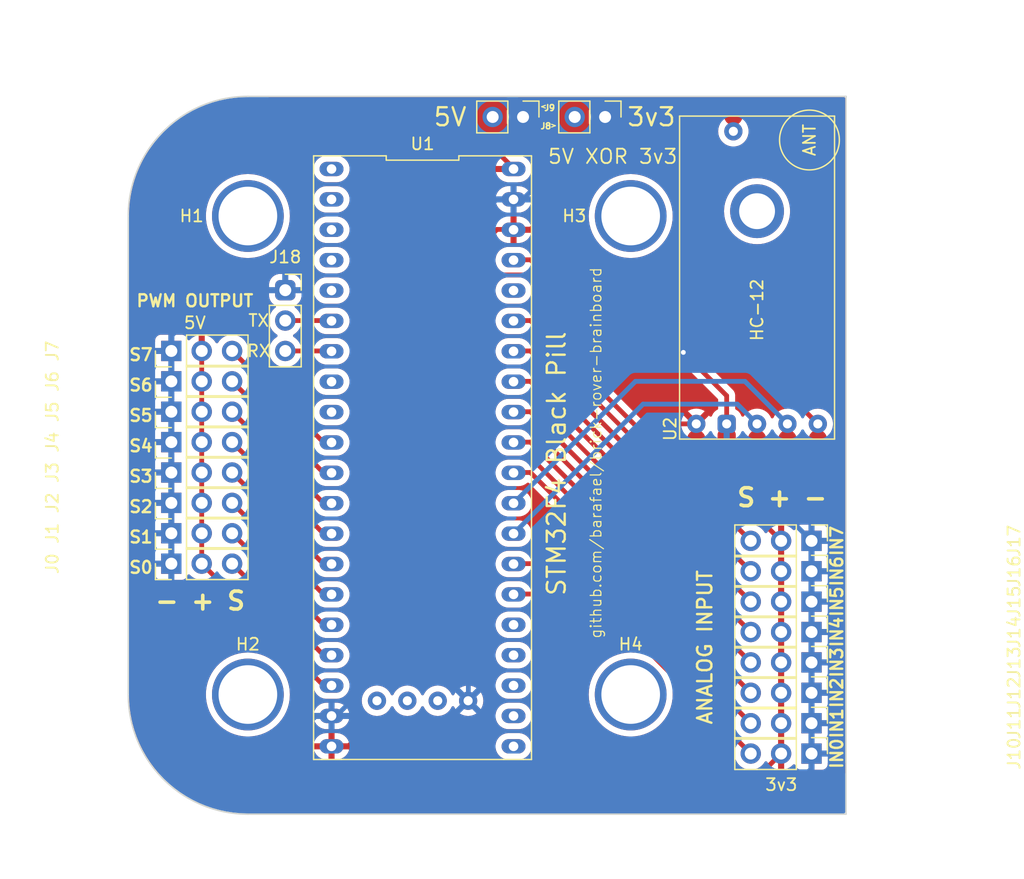
<source format=kicad_pcb>
(kicad_pcb (version 20221018) (generator pcbnew)
  (layers (0 "F.Cu" signal) (31 "B.Cu" signal) (34 "B.Paste" user) (35 "F.Paste" user) (36 "B.SilkS" user "B.Silkscreen") (37 "F.SilkS" user "F.Silkscreen") (38 "B.Mask" user) (39 "F.Mask" user) (44 "Edge.Cuts" user))
  (net 0 "")
  (net 1 "IN0")
  (net 2 "IN1")
  (net 3 "IN2")
  (net 4 "IN3")
  (net 5 "IN4")
  (net 6 "IN5")
  (net 7 "IN6")
  (net 8 "IN7")
  (net 9 "3v3")
  (net 10 "GND")
  (net 11 "5V")
  (net 12 "UART1_RX")
  (net 13 "UART1_TX")
  (net 14 "SERVO0")
  (net 15 "SERVO1")
  (net 16 "SERVO2")
  (net 17 "SERVO3")
  (net 18 "SERVO4")
  (net 19 "SERVO5")
  (net 20 "SERVO6")
  (net 21 "SERVO7")
  (net 22 "SET")
  (net 23 "HC12_TX")
  (net 24 "HC12_RX")
  (net 25 "Net-(U2-Pad6)")
  (net 26 "Net-(U2-Pad5)")
  (net 27 "Net-(U2-Pad7)")
  (net 28 "Net-(U1-Pad1)")
  (net 29 "Net-(U1-Pad2)")
  (net 30 "Net-(U1-Pad3)")
  (net 31 "Net-(U1-Pad4)")
  (net 32 "Net-(U1-Pad40)")
  (net 33 "Net-(U1-Pad5)")
  (net 34 "Net-(U1-Pad8)")
  (net 35 "Net-(U1-Pad9)")
  (net 36 "Net-(U1-Pad29)")
  (net 37 "Net-(U1-Pad28)")
  (net 38 "Net-(U1-Pad27)")
  (net 39 "Net-(U1-Pad26)")
  (net 40 "Net-(U1-Pad25)")
  (net 41 "Net-(U1-Pad21)")
  (net 42 "Net-(U1-Pad22)")
  (net 43 "Net-(U1-Pad23)")
  (footprint "Connector_PinHeader_2.54mm:PinHeader_1x03_P2.54mm_Vertical" (layer "F.Cu") (at 113.6015 99.06 90)
    (fp_text reference "J0" (at 0 -9.95 90) (layer "F.SilkS"))
    (fp_text value "Conn_01x03")
    (fp_line (start -1.33 -1.33) (end 0 -1.33) (stroke (width 0.12)) (layer "F.SilkS"))
    (fp_line (start -1.33 0) (end -1.33 -1.33) (stroke (width 0.12)) (layer "F.SilkS"))
    (fp_line (start -1.33 1.27) (end -1.33 6.41) (stroke (width 0.12)) (layer "F.SilkS"))
    (fp_line (start -1.33 1.27) (end 1.33 1.27) (stroke (width 0.12)) (layer "F.SilkS"))
    (fp_line (start -1.33 6.41) (end 1.33 6.41) (stroke (width 0.12)) (layer "F.SilkS"))
    (fp_line (start 1.33 1.27) (end 1.33 6.41) (stroke (width 0.12)) (layer "F.SilkS"))
    (pad "1" thru_hole rect (at 0 0 90) (size 1.7 1.7) (drill 1) (layers "*.Cu" "*.Mask") (net 10 "GND"))
    (pad "2" thru_hole oval (at 0 2.54 90) (size 1.7 1.7) (drill 1) (layers "*.Cu" "*.Mask") (net 11 "5V"))
    (pad "3" thru_hole oval (at 0 5.08 90) (size 1.7 1.7) (drill 1) (layers "*.Cu" "*.Mask") (net 14 "SERVO0"))
  )
  (footprint "Connector_PinHeader_2.54mm:PinHeader_1x03_P2.54mm_Vertical" (layer "F.Cu") (at 113.6015 96.52 90)
    (fp_text reference "J1" (at 0 -9.95 90) (layer "F.SilkS"))
    (fp_text value "Conn_01x03")
    (fp_line (start -1.33 -1.33) (end 0 -1.33) (stroke (width 0.12)) (layer "F.SilkS"))
    (fp_line (start -1.33 0) (end -1.33 -1.33) (stroke (width 0.12)) (layer "F.SilkS"))
    (fp_line (start -1.33 1.27) (end -1.33 6.41) (stroke (width 0.12)) (layer "F.SilkS"))
    (fp_line (start -1.33 1.27) (end 1.33 1.27) (stroke (width 0.12)) (layer "F.SilkS"))
    (fp_line (start -1.33 6.41) (end 1.33 6.41) (stroke (width 0.12)) (layer "F.SilkS"))
    (fp_line (start 1.33 1.27) (end 1.33 6.41) (stroke (width 0.12)) (layer "F.SilkS"))
    (pad "1" thru_hole rect (at 0 0 90) (size 1.7 1.7) (drill 1) (layers "*.Cu" "*.Mask") (net 10 "GND"))
    (pad "2" thru_hole oval (at 0 2.54 90) (size 1.7 1.7) (drill 1) (layers "*.Cu" "*.Mask") (net 11 "5V"))
    (pad "3" thru_hole oval (at 0 5.08 90) (size 1.7 1.7) (drill 1) (layers "*.Cu" "*.Mask") (net 15 "SERVO1"))
  )
  (footprint "Connector_PinHeader_2.54mm:PinHeader_1x03_P2.54mm_Vertical" (layer "F.Cu") (at 113.6015 83.82 90)
    (fp_text reference "J6" (at 0 -9.95 90) (layer "F.SilkS"))
    (fp_text value "Conn_01x03")
    (fp_line (start -1.33 -1.33) (end 0 -1.33) (stroke (width 0.12)) (layer "F.SilkS"))
    (fp_line (start -1.33 0) (end -1.33 -1.33) (stroke (width 0.12)) (layer "F.SilkS"))
    (fp_line (start -1.33 1.27) (end -1.33 6.41) (stroke (width 0.12)) (layer "F.SilkS"))
    (fp_line (start -1.33 1.27) (end 1.33 1.27) (stroke (width 0.12)) (layer "F.SilkS"))
    (fp_line (start -1.33 6.41) (end 1.33 6.41) (stroke (width 0.12)) (layer "F.SilkS"))
    (fp_line (start 1.33 1.27) (end 1.33 6.41) (stroke (width 0.12)) (layer "F.SilkS"))
    (pad "1" thru_hole rect (at 0 0 90) (size 1.7 1.7) (drill 1) (layers "*.Cu" "*.Mask") (net 10 "GND"))
    (pad "2" thru_hole oval (at 0 2.54 90) (size 1.7 1.7) (drill 1) (layers "*.Cu" "*.Mask") (net 11 "5V"))
    (pad "3" thru_hole oval (at 0 5.08 90) (size 1.7 1.7) (drill 1) (layers "*.Cu" "*.Mask") (net 20 "SERVO6"))
  )
  (footprint "Connector_PinHeader_2.54mm:PinHeader_1x03_P2.54mm_Vertical" (layer "F.Cu") (at 113.6015 81.28 90)
    (fp_text reference "J7" (at 0 -9.95 90) (layer "F.SilkS"))
    (fp_text value "Conn_01x03")
    (fp_line (start -1.33 -1.33) (end 0 -1.33) (stroke (width 0.12)) (layer "F.SilkS"))
    (fp_line (start -1.33 0) (end -1.33 -1.33) (stroke (width 0.12)) (layer "F.SilkS"))
    (fp_line (start -1.33 1.27) (end -1.33 6.41) (stroke (width 0.12)) (layer "F.SilkS"))
    (fp_line (start -1.33 1.27) (end 1.33 1.27) (stroke (width 0.12)) (layer "F.SilkS"))
    (fp_line (start -1.33 6.41) (end 1.33 6.41) (stroke (width 0.12)) (layer "F.SilkS"))
    (fp_line (start 1.33 1.27) (end 1.33 6.41) (stroke (width 0.12)) (layer "F.SilkS"))
    (pad "1" thru_hole rect (at 0 0 90) (size 1.7 1.7) (drill 1) (layers "*.Cu" "*.Mask") (net 10 "GND"))
    (pad "2" thru_hole oval (at 0 2.54 90) (size 1.7 1.7) (drill 1) (layers "*.Cu" "*.Mask") (net 11 "5V"))
    (pad "3" thru_hole oval (at 0 5.08 90) (size 1.7 1.7) (drill 1) (layers "*.Cu" "*.Mask") (net 21 "SERVO7"))
  )
  (footprint "Connector_PinHeader_2.54mm:PinHeader_1x03_P2.54mm_Vertical" (layer "F.Cu") (at 113.6015 88.9 90)
    (fp_text reference "J4" (at 0 -9.95 90) (layer "F.SilkS"))
    (fp_text value "Conn_01x03")
    (fp_line (start -1.33 -1.33) (end 0 -1.33) (stroke (width 0.12)) (layer "F.SilkS"))
    (fp_line (start -1.33 0) (end -1.33 -1.33) (stroke (width 0.12)) (layer "F.SilkS"))
    (fp_line (start -1.33 1.27) (end -1.33 6.41) (stroke (width 0.12)) (layer "F.SilkS"))
    (fp_line (start -1.33 1.27) (end 1.33 1.27) (stroke (width 0.12)) (layer "F.SilkS"))
    (fp_line (start -1.33 6.41) (end 1.33 6.41) (stroke (width 0.12)) (layer "F.SilkS"))
    (fp_line (start 1.33 1.27) (end 1.33 6.41) (stroke (width 0.12)) (layer "F.SilkS"))
    (pad "1" thru_hole rect (at 0 0 90) (size 1.7 1.7) (drill 1) (layers "*.Cu" "*.Mask") (net 10 "GND"))
    (pad "2" thru_hole oval (at 0 2.54 90) (size 1.7 1.7) (drill 1) (layers "*.Cu" "*.Mask") (net 11 "5V"))
    (pad "3" thru_hole oval (at 0 5.08 90) (size 1.7 1.7) (drill 1) (layers "*.Cu" "*.Mask") (net 18 "SERVO4"))
  )
  (footprint "Connector_PinHeader_2.54mm:PinHeader_1x03_P2.54mm_Vertical" (layer "F.Cu") (at 113.6015 86.36 90)
    (fp_text reference "J5" (at 0 -9.95 90) (layer "F.SilkS"))
    (fp_text value "Conn_01x03")
    (fp_line (start -1.33 -1.33) (end 0 -1.33) (stroke (width 0.12)) (layer "F.SilkS"))
    (fp_line (start -1.33 0) (end -1.33 -1.33) (stroke (width 0.12)) (layer "F.SilkS"))
    (fp_line (start -1.33 1.27) (end -1.33 6.41) (stroke (width 0.12)) (layer "F.SilkS"))
    (fp_line (start -1.33 1.27) (end 1.33 1.27) (stroke (width 0.12)) (layer "F.SilkS"))
    (fp_line (start -1.33 6.41) (end 1.33 6.41) (stroke (width 0.12)) (layer "F.SilkS"))
    (fp_line (start 1.33 1.27) (end 1.33 6.41) (stroke (width 0.12)) (layer "F.SilkS"))
    (pad "1" thru_hole rect (at 0 0 90) (size 1.7 1.7) (drill 1) (layers "*.Cu" "*.Mask") (net 10 "GND"))
    (pad "2" thru_hole oval (at 0 2.54 90) (size 1.7 1.7) (drill 1) (layers "*.Cu" "*.Mask") (net 11 "5V"))
    (pad "3" thru_hole oval (at 0 5.08 90) (size 1.7 1.7) (drill 1) (layers "*.Cu" "*.Mask") (net 19 "SERVO5"))
  )
  (footprint "Connector_PinHeader_2.54mm:PinHeader_1x03_P2.54mm_Vertical" (layer "F.Cu") (at 113.6015 93.98 90)
    (fp_text reference "J2" (at 0 -9.95 90) (layer "F.SilkS"))
    (fp_text value "Conn_01x03")
    (fp_line (start -1.33 -1.33) (end 0 -1.33) (stroke (width 0.12)) (layer "F.SilkS"))
    (fp_line (start -1.33 0) (end -1.33 -1.33) (stroke (width 0.12)) (layer "F.SilkS"))
    (fp_line (start -1.33 1.27) (end -1.33 6.41) (stroke (width 0.12)) (layer "F.SilkS"))
    (fp_line (start -1.33 1.27) (end 1.33 1.27) (stroke (width 0.12)) (layer "F.SilkS"))
    (fp_line (start -1.33 6.41) (end 1.33 6.41) (stroke (width 0.12)) (layer "F.SilkS"))
    (fp_line (start 1.33 1.27) (end 1.33 6.41) (stroke (width 0.12)) (layer "F.SilkS"))
    (pad "1" thru_hole rect (at 0 0 90) (size 1.7 1.7) (drill 1) (layers "*.Cu" "*.Mask") (net 10 "GND"))
    (pad "2" thru_hole oval (at 0 2.54 90) (size 1.7 1.7) (drill 1) (layers "*.Cu" "*.Mask") (net 11 "5V"))
    (pad "3" thru_hole oval (at 0 5.08 90) (size 1.7 1.7) (drill 1) (layers "*.Cu" "*.Mask") (net 16 "SERVO2"))
  )
  (footprint "Connector_PinHeader_2.54mm:PinHeader_1x03_P2.54mm_Vertical" (layer "F.Cu") (at 113.6015 91.44 90)
    (fp_text reference "J3" (at 0 -9.95 90) (layer "F.SilkS"))
    (fp_text value "Conn_01x03")
    (fp_line (start -1.33 -1.33) (end 0 -1.33) (stroke (width 0.12)) (layer "F.SilkS"))
    (fp_line (start -1.33 0) (end -1.33 -1.33) (stroke (width 0.12)) (layer "F.SilkS"))
    (fp_line (start -1.33 1.27) (end -1.33 6.41) (stroke (width 0.12)) (layer "F.SilkS"))
    (fp_line (start -1.33 1.27) (end 1.33 1.27) (stroke (width 0.12)) (layer "F.SilkS"))
    (fp_line (start -1.33 6.41) (end 1.33 6.41) (stroke (width 0.12)) (layer "F.SilkS"))
    (fp_line (start 1.33 1.27) (end 1.33 6.41) (stroke (width 0.12)) (layer "F.SilkS"))
    (pad "1" thru_hole rect (at 0 0 90) (size 1.7 1.7) (drill 1) (layers "*.Cu" "*.Mask") (net 10 "GND"))
    (pad "2" thru_hole oval (at 0 2.54 90) (size 1.7 1.7) (drill 1) (layers "*.Cu" "*.Mask") (net 11 "5V"))
    (pad "3" thru_hole oval (at 0 5.08 90) (size 1.7 1.7) (drill 1) (layers "*.Cu" "*.Mask") (net 17 "SERVO3"))
  )
  (footprint "Connector_PinHeader_2.54mm:PinHeader_1x03_P2.54mm_Vertical" (layer "F.Cu") (at 167.115 114.935 -90)
    (fp_text reference "J10" (at 0 -16.935 90) (layer "F.SilkS"))
    (fp_text value "Conn_01x03")
    (fp_line (start -1.33 -1.33) (end 0 -1.33) (stroke (width 0.12)) (layer "F.SilkS"))
    (fp_line (start -1.33 0) (end -1.33 -1.33) (stroke (width 0.12)) (layer "F.SilkS"))
    (fp_line (start -1.33 1.27) (end -1.33 6.41) (stroke (width 0.12)) (layer "F.SilkS"))
    (fp_line (start -1.33 1.27) (end 1.33 1.27) (stroke (width 0.12)) (layer "F.SilkS"))
    (fp_line (start -1.33 6.41) (end 1.33 6.41) (stroke (width 0.12)) (layer "F.SilkS"))
    (fp_line (start 1.33 1.27) (end 1.33 6.41) (stroke (width 0.12)) (layer "F.SilkS"))
    (pad "1" thru_hole rect (at 0 0 270) (size 1.7 1.7) (drill 1) (layers "*.Cu" "*.Mask") (net 10 "GND"))
    (pad "2" thru_hole oval (at 0 2.54 270) (size 1.7 1.7) (drill 1) (layers "*.Cu" "*.Mask") (net 9 "3v3"))
    (pad "3" thru_hole oval (at 0 5.08 270) (size 1.7 1.7) (drill 1) (layers "*.Cu" "*.Mask") (net 1 "IN0"))
  )
  (footprint "Connector_PinHeader_2.54mm:PinHeader_1x03_P2.54mm_Vertical" (layer "F.Cu") (at 167.115 112.395 -90)
    (fp_text reference "J11" (at 0 -16.935 90) (layer "F.SilkS"))
    (fp_text value "Conn_01x03")
    (fp_line (start -1.33 -1.33) (end 0 -1.33) (stroke (width 0.12)) (layer "F.SilkS"))
    (fp_line (start -1.33 0) (end -1.33 -1.33) (stroke (width 0.12)) (layer "F.SilkS"))
    (fp_line (start -1.33 1.27) (end -1.33 6.41) (stroke (width 0.12)) (layer "F.SilkS"))
    (fp_line (start -1.33 1.27) (end 1.33 1.27) (stroke (width 0.12)) (layer "F.SilkS"))
    (fp_line (start -1.33 6.41) (end 1.33 6.41) (stroke (width 0.12)) (layer "F.SilkS"))
    (fp_line (start 1.33 1.27) (end 1.33 6.41) (stroke (width 0.12)) (layer "F.SilkS"))
    (pad "1" thru_hole rect (at 0 0 270) (size 1.7 1.7) (drill 1) (layers "*.Cu" "*.Mask") (net 10 "GND"))
    (pad "2" thru_hole oval (at 0 2.54 270) (size 1.7 1.7) (drill 1) (layers "*.Cu" "*.Mask") (net 9 "3v3"))
    (pad "3" thru_hole oval (at 0 5.08 270) (size 1.7 1.7) (drill 1) (layers "*.Cu" "*.Mask") (net 2 "IN1"))
  )
  (footprint "Connector_PinHeader_2.54mm:PinHeader_1x03_P2.54mm_Vertical" (layer "F.Cu") (at 167.115 109.855 -90)
    (fp_text reference "J12" (at 0 -16.935 90) (layer "F.SilkS"))
    (fp_text value "Conn_01x03")
    (fp_line (start -1.33 -1.33) (end 0 -1.33) (stroke (width 0.12)) (layer "F.SilkS"))
    (fp_line (start -1.33 0) (end -1.33 -1.33) (stroke (width 0.12)) (layer "F.SilkS"))
    (fp_line (start -1.33 1.27) (end -1.33 6.41) (stroke (width 0.12)) (layer "F.SilkS"))
    (fp_line (start -1.33 1.27) (end 1.33 1.27) (stroke (width 0.12)) (layer "F.SilkS"))
    (fp_line (start -1.33 6.41) (end 1.33 6.41) (stroke (width 0.12)) (layer "F.SilkS"))
    (fp_line (start 1.33 1.27) (end 1.33 6.41) (stroke (width 0.12)) (layer "F.SilkS"))
    (pad "1" thru_hole rect (at 0 0 270) (size 1.7 1.7) (drill 1) (layers "*.Cu" "*.Mask") (net 10 "GND"))
    (pad "2" thru_hole oval (at 0 2.54 270) (size 1.7 1.7) (drill 1) (layers "*.Cu" "*.Mask") (net 9 "3v3"))
    (pad "3" thru_hole oval (at 0 5.08 270) (size 1.7 1.7) (drill 1) (layers "*.Cu" "*.Mask") (net 3 "IN2"))
  )
  (footprint "Connector_PinHeader_2.54mm:PinHeader_1x03_P2.54mm_Vertical" (layer "F.Cu") (at 167.115 107.315 -90)
    (fp_text reference "J13" (at 0 -16.935 90) (layer "F.SilkS"))
    (fp_text value "Conn_01x03")
    (fp_line (start -1.33 -1.33) (end 0 -1.33) (stroke (width 0.12)) (layer "F.SilkS"))
    (fp_line (start -1.33 0) (end -1.33 -1.33) (stroke (width 0.12)) (layer "F.SilkS"))
    (fp_line (start -1.33 1.27) (end -1.33 6.41) (stroke (width 0.12)) (layer "F.SilkS"))
    (fp_line (start -1.33 1.27) (end 1.33 1.27) (stroke (width 0.12)) (layer "F.SilkS"))
    (fp_line (start -1.33 6.41) (end 1.33 6.41) (stroke (width 0.12)) (layer "F.SilkS"))
    (fp_line (start 1.33 1.27) (end 1.33 6.41) (stroke (width 0.12)) (layer "F.SilkS"))
    (pad "1" thru_hole rect (at 0 0 270) (size 1.7 1.7) (drill 1) (layers "*.Cu" "*.Mask") (net 10 "GND"))
    (pad "2" thru_hole oval (at 0 2.54 270) (size 1.7 1.7) (drill 1) (layers "*.Cu" "*.Mask") (net 9 "3v3"))
    (pad "3" thru_hole oval (at 0 5.08 270) (size 1.7 1.7) (drill 1) (layers "*.Cu" "*.Mask") (net 4 "IN3"))
  )
  (footprint "Connector_PinHeader_2.54mm:PinHeader_1x03_P2.54mm_Vertical" (layer "F.Cu") (at 167.115 104.775 -90)
    (fp_text reference "J14" (at 0 -16.935 90) (layer "F.SilkS"))
    (fp_text value "Conn_01x03")
    (fp_line (start -1.33 -1.33) (end 0 -1.33) (stroke (width 0.12)) (layer "F.SilkS"))
    (fp_line (start -1.33 0) (end -1.33 -1.33) (stroke (width 0.12)) (layer "F.SilkS"))
    (fp_line (start -1.33 1.27) (end -1.33 6.41) (stroke (width 0.12)) (layer "F.SilkS"))
    (fp_line (start -1.33 1.27) (end 1.33 1.27) (stroke (width 0.12)) (layer "F.SilkS"))
    (fp_line (start -1.33 6.41) (end 1.33 6.41) (stroke (width 0.12)) (layer "F.SilkS"))
    (fp_line (start 1.33 1.27) (end 1.33 6.41) (stroke (width 0.12)) (layer "F.SilkS"))
    (pad "1" thru_hole rect (at 0 0 270) (size 1.7 1.7) (drill 1) (layers "*.Cu" "*.Mask") (net 10 "GND"))
    (pad "2" thru_hole oval (at 0 2.54 270) (size 1.7 1.7) (drill 1) (layers "*.Cu" "*.Mask") (net 9 "3v3"))
    (pad "3" thru_hole oval (at 0 5.08 270) (size 1.7 1.7) (drill 1) (layers "*.Cu" "*.Mask") (net 5 "IN4"))
  )
  (footprint "Connector_PinHeader_2.54mm:PinHeader_1x03_P2.54mm_Vertical" (layer "F.Cu") (at 167.115 102.235 -90)
    (fp_text reference "J15" (at 0 -16.935 90) (layer "F.SilkS"))
    (fp_text value "Conn_01x03")
    (fp_line (start -1.33 -1.33) (end 0 -1.33) (stroke (width 0.12)) (layer "F.SilkS"))
    (fp_line (start -1.33 0) (end -1.33 -1.33) (stroke (width 0.12)) (layer "F.SilkS"))
    (fp_line (start -1.33 1.27) (end -1.33 6.41) (stroke (width 0.12)) (layer "F.SilkS"))
    (fp_line (start -1.33 1.27) (end 1.33 1.27) (stroke (width 0.12)) (layer "F.SilkS"))
    (fp_line (start -1.33 6.41) (end 1.33 6.41) (stroke (width 0.12)) (layer "F.SilkS"))
    (fp_line (start 1.33 1.27) (end 1.33 6.41) (stroke (width 0.12)) (layer "F.SilkS"))
    (pad "1" thru_hole rect (at 0 0 270) (size 1.7 1.7) (drill 1) (layers "*.Cu" "*.Mask") (net 10 "GND"))
    (pad "2" thru_hole oval (at 0 2.54 270) (size 1.7 1.7) (drill 1) (layers "*.Cu" "*.Mask") (net 9 "3v3"))
    (pad "3" thru_hole oval (at 0 5.08 270) (size 1.7 1.7) (drill 1) (layers "*.Cu" "*.Mask") (net 6 "IN5"))
  )
  (footprint "Connector_PinHeader_2.54mm:PinHeader_1x03_P2.54mm_Vertical" (layer "F.Cu") (at 167.115 99.695 -90)
    (fp_text reference "J16" (at 0 -16.935 90) (layer "F.SilkS"))
    (fp_text value "Conn_01x03")
    (fp_line (start -1.33 -1.33) (end 0 -1.33) (stroke (width 0.12)) (layer "F.SilkS"))
    (fp_line (start -1.33 0) (end -1.33 -1.33) (stroke (width 0.12)) (layer "F.SilkS"))
    (fp_line (start -1.33 1.27) (end -1.33 6.41) (stroke (width 0.12)) (layer "F.SilkS"))
    (fp_line (start -1.33 1.27) (end 1.33 1.27) (stroke (width 0.12)) (layer "F.SilkS"))
    (fp_line (start -1.33 6.41) (end 1.33 6.41) (stroke (width 0.12)) (layer "F.SilkS"))
    (fp_line (start 1.33 1.27) (end 1.33 6.41) (stroke (width 0.12)) (layer "F.SilkS"))
    (pad "1" thru_hole rect (at 0 0 270) (size 1.7 1.7) (drill 1) (layers "*.Cu" "*.Mask") (net 10 "GND"))
    (pad "2" thru_hole oval (at 0 2.54 270) (size 1.7 1.7) (drill 1) (layers "*.Cu" "*.Mask") (net 9 "3v3"))
    (pad "3" thru_hole oval (at 0 5.08 270) (size 1.7 1.7) (drill 1) (layers "*.Cu" "*.Mask") (net 7 "IN6"))
  )
  (footprint "Connector_PinHeader_2.54mm:PinHeader_1x03_P2.54mm_Vertical" (layer "F.Cu") (at 167.115 97.155 -90)
    (fp_text reference "J17" (at 0 -16.935 90) (layer "F.SilkS"))
    (fp_text value "Conn_01x03")
    (fp_line (start -1.33 -1.33) (end 0 -1.33) (stroke (width 0.12)) (layer "F.SilkS"))
    (fp_line (start -1.33 0) (end -1.33 -1.33) (stroke (width 0.12)) (layer "F.SilkS"))
    (fp_line (start -1.33 1.27) (end -1.33 6.41) (stroke (width 0.12)) (layer "F.SilkS"))
    (fp_line (start -1.33 1.27) (end 1.33 1.27) (stroke (width 0.12)) (layer "F.SilkS"))
    (fp_line (start -1.33 6.41) (end 1.33 6.41) (stroke (width 0.12)) (layer "F.SilkS"))
    (fp_line (start 1.33 1.27) (end 1.33 6.41) (stroke (width 0.12)) (layer "F.SilkS"))
    (pad "1" thru_hole rect (at 0 0 270) (size 1.7 1.7) (drill 1) (layers "*.Cu" "*.Mask") (net 10 "GND"))
    (pad "2" thru_hole oval (at 0 2.54 270) (size 1.7 1.7) (drill 1) (layers "*.Cu" "*.Mask") (net 9 "3v3"))
    (pad "3" thru_hole oval (at 0 5.08 270) (size 1.7 1.7) (drill 1) (layers "*.Cu" "*.Mask") (net 8 "IN7"))
  )
  (footprint "mounting_hole_m3_padded:MountingHole_3.2mm_M3_padded" (layer "F.Cu") (at 120 70)
    (fp_text reference "H1" (at -4.7 -0.005) (layer "F.SilkS"))
    (fp_text value "MountingHole")
    (pad "" np_thru_hole circle (at 0 0) (size 6 6) (drill 4.9) (layers "*.Cu" "*.Mask"))
  )
  (footprint "MountingHole:MountingHole_3.2mm_M3_padded" (layer "F.Cu") (at 152 70)
    (fp_text reference "H3" (at -4.713 -0.005) (layer "F.SilkS"))
    (fp_text value "MountingHole")
    (pad "" np_thru_hole circle (at 0 0) (size 6 6) (drill 4.9) (layers "*.Cu" "*.Mask"))
  )
  (footprint "mounting_hole_m3_padded:MountingHole_3.2mm_M3_padded" (layer "F.Cu") (at 120 110)
    (fp_text reference "H2" (at 0 -4.2) (layer "F.SilkS"))
    (fp_text value "MountingHole")
    (pad "" np_thru_hole circle (at 0 0) (size 6 6) (drill 4.9) (layers "*.Cu" "*.Mask"))
  )
  (footprint "Connector_PinHeader_2.54mm:PinHeader_1x02_P2.54mm_Vertical" (layer "F.Cu") (at 149.86 61.722 -90)
    (fp_text reference "J8" (at 0.762 4.953 180) (layer "F.SilkS") (effects (font (size 0.5 0.5) (thickness 0.125))))
    (fp_text value "Conn_01x02")
    (fp_line (start -1.33 -1.33) (end 0 -1.33) (stroke (width 0.12)) (layer "F.SilkS"))
    (fp_line (start -1.33 0) (end -1.33 -1.33) (stroke (width 0.12)) (layer "F.SilkS"))
    (fp_line (start -1.33 1.27) (end -1.33 3.87) (stroke (width 0.12)) (layer "F.SilkS"))
    (fp_line (start -1.33 1.27) (end 1.33 1.27) (stroke (width 0.12)) (layer "F.SilkS"))
    (fp_line (start -1.33 3.87) (end 1.33 3.87) (stroke (width 0.12)) (layer "F.SilkS"))
    (fp_line (start 1.33 1.27) (end 1.33 3.87) (stroke (width 0.12)) (layer "F.SilkS"))
    (pad "1" thru_hole roundrect (at 0 0 270) (size 1.7 1.7) (drill 1) (layers "*.Cu" "*.Mask") (net 10 "GND"))
    (pad "2" thru_hole oval (at 0 2.54 270) (size 1.7 1.7) (drill 1) (layers "*.Cu" "*.Mask") (net 9 "3v3"))
  )
  (footprint "Connector_PinHeader_2.54mm:PinHeader_1x02_P2.54mm_Vertical" (layer "F.Cu") (at 143.002 61.722 -90)
    (fp_text reference "J9" (at -0.762 -2.2225 180) (layer "F.SilkS") (effects (font (size 0.5 0.5) (thickness 0.125))))
    (fp_text value "Conn_01x02")
    (fp_line (start -1.33 -1.33) (end 0 -1.33) (stroke (width 0.12)) (layer "F.SilkS"))
    (fp_line (start -1.33 0) (end -1.33 -1.33) (stroke (width 0.12)) (layer "F.SilkS"))
    (fp_line (start -1.33 1.27) (end -1.33 3.87) (stroke (width 0.12)) (layer "F.SilkS"))
    (fp_line (start -1.33 1.27) (end 1.33 1.27) (stroke (width 0.12)) (layer "F.SilkS"))
    (fp_line (start -1.33 3.87) (end 1.33 3.87) (stroke (width 0.12)) (layer "F.SilkS"))
    (fp_line (start 1.33 1.27) (end 1.33 3.87) (stroke (width 0.12)) (layer "F.SilkS"))
    (pad "1" thru_hole roundrect (at 0 0 270) (size 1.7 1.7) (drill 1) (layers "*.Cu" "*.Mask") (net 10 "GND"))
    (pad "2" thru_hole oval (at 0 2.54 270) (size 1.7 1.7) (drill 1) (layers "*.Cu" "*.Mask") (net 11 "5V"))
  )
  (footprint "mounting_hole_m3_padded:MountingHole_3.2mm_M3_padded" (layer "F.Cu") (at 152 110)
    (fp_text reference "H4" (at 0 -4.2) (layer "F.SilkS"))
    (fp_text value "MountingHole")
    (pad "" np_thru_hole circle (at 0 0) (size 6 6) (drill 4.9) (layers "*.Cu" "*.Mask"))
  )
  (footprint "hc12-module:hc12-module" (layer "F.Cu") (at 156.083 88.646 90)
    (fp_text reference "U2" (at 0.846 -0.783 90) (layer "F.SilkS"))
    (fp_text value "HC-12")
    (fp_text user "ANT" (at 25 10.86 90) (layer "F.SilkS"))
    (fp_text user "HC-12" (at 10.795 6.48 90) (layer "F.SilkS"))
    (fp_line (start 0 0.003) (end 27 0.003) (stroke (width 0.12)) (layer "F.SilkS"))
    (fp_line (start 0 12.957) (end 0 0.003) (stroke (width 0.12)) (layer "F.SilkS"))
    (fp_line (start 27 0.003) (end 27 12.957) (stroke (width 0.12)) (layer "F.SilkS"))
    (fp_line (start 27 12.957) (end 0 12.957) (stroke (width 0.12)) (layer "F.SilkS"))
    (fp_circle (center 25 10.86) (end 27.5 10.86) (stroke (width 0.12)) (fill none) (layer "F.SilkS"))
    (pad "" np_thru_hole circle (at 19.05 6.48 90) (size 4.5 4.5) (drill 3) (layers "*.Cu" "*.Mask"))
    (pad "0" smd circle (at 0 1.4 90) (size 1.524 1.524) (layers "F.Cu" "F.Paste" "F.Mask") (net 9 "3v3"))
    (pad "0" thru_hole circle (at 1.27 1.4 90) (size 1.524 1.524) (drill 0.762) (layers "*.Cu" "*.Mask") (net 9 "3v3"))
    (pad "1" smd roundrect (at 0 3.94 90) (size 1.524 1.524) (layers "F.Cu" "F.Paste" "F.Mask") (net 10 "GND"))
    (pad "1" thru_hole roundrect (at 1.27 3.94 90) (size 1.524 1.524) (drill 0.762) (layers "*.Cu" "*.Mask") (net 10 "GND"))
    (pad "2" smd circle (at 0 6.48 90) (size 1.524 1.524) (layers "F.Cu" "F.Paste" "F.Mask") (net 24 "HC12_RX"))
    (pad "2" thru_hole circle (at 1.27 6.48 90) (size 1.524 1.524) (drill 0.762) (layers "*.Cu" "*.Mask") (net 24 "HC12_RX"))
    (pad "3" smd circle (at 0 9.02 90) (size 1.524 1.524) (layers "F.Cu" "F.Paste" "F.Mask") (net 23 "HC12_TX"))
    (pad "3" thru_hole circle (at 1.27 9.02 90) (size 1.524 1.524) (drill 0.762) (layers "*.Cu" "*.Mask") (net 23 "HC12_TX"))
    (pad "4" smd circle (at 0 11.56 90) (size 1.524 1.524) (layers "F.Cu" "F.Paste" "F.Mask") (net 22 "SET"))
    (pad "4" thru_hole circle (at 1.27 11.56 90) (size 1.524 1.524) (drill 0.762) (layers "*.Cu" "*.Mask") (net 22 "SET"))
    (pad "5" thru_hole circle (at 25.725 4.5 270) (size 1.524 1.524) (drill 0.762) (layers "*.Cu" "*.Mask") (net 26 "Net-(U2-Pad5)"))
    (pad "5" smd circle (at 26.995 4.5 270) (size 1.524 1.524) (layers "F.Cu" "F.Paste" "F.Mask") (net 26 "Net-(U2-Pad5)"))
    (pad "6" smd circle (at 26.995 2 270) (size 1.524 1.524) (layers "F.Cu" "F.Paste" "F.Mask") (net 25 "Net-(U2-Pad6)"))
    (pad "7" smd circle (at 26.995 7 270) (size 1.524 1.524) (layers "F.Cu" "F.Paste" "F.Mask") (net 27 "Net-(U2-Pad7)"))
  )
  (footprint "blackpill:weact-blackpill" (layer "F.Cu") (at 134.6 90.2 -90)
    (fp_text reference "U1" (at -26.23 0) (layer "F.SilkS"))
    (fp_text value "weact-black-pill")
    (fp_line (start -25.23 -9.1075) (end -25.23 -3.035833) (stroke (width 0.12)) (layer "F.SilkS"))
    (fp_line (start -25.23 -3.035833) (end -24.87 -3.035833) (stroke (width 0.12)) (layer "F.SilkS"))
    (fp_line (start -25.23 3.035833) (end -25.23 9.107499) (stroke (width 0.12)) (layer "F.SilkS"))
    (fp_line (start -25.23 9.107499) (end 25.23 9.1075) (stroke (width 0.12)) (layer "F.SilkS"))
    (fp_line (start -24.87 -3.035833) (end -24.87 3.035833) (stroke (width 0.12)) (layer "F.SilkS"))
    (fp_line (start -24.87 3.035833) (end -25.23 3.035833) (stroke (width 0.12)) (layer "F.SilkS"))
    (fp_line (start 25.23 -9.107499) (end -25.23 -9.1075) (stroke (width 0.12)) (layer "F.SilkS"))
    (fp_line (start 25.23 9.1075) (end 25.23 -9.107499) (stroke (width 0.12)) (layer "F.SilkS"))
    (pad "1" thru_hole oval (at -24.13 7.6075 270) (size 1.2 2) (drill 0.8) (layers "*.Cu" "*.Mask") (net 28 "Net-(U1-Pad1)"))
    (pad "2" thru_hole oval (at -21.59 7.6075 270) (size 1.2 2) (drill 0.8) (layers "*.Cu" "*.Mask") (net 29 "Net-(U1-Pad2)"))
    (pad "3" thru_hole oval (at -19.05 7.6075 270) (size 1.2 2) (drill 0.8) (layers "*.Cu" "*.Mask") (net 30 "Net-(U1-Pad3)"))
    (pad "4" thru_hole oval (at -16.51 7.6075 270) (size 1.2 2) (drill 0.8) (layers "*.Cu" "*.Mask") (net 31 "Net-(U1-Pad4)"))
    (pad "5" thru_hole oval (at -13.97 7.6075 270) (size 1.2 2) (drill 0.8) (layers "*.Cu" "*.Mask") (net 33 "Net-(U1-Pad5)"))
    (pad "6" thru_hole oval (at -11.43 7.6075 270) (size 1.2 2) (drill 0.8) (layers "*.Cu" "*.Mask") (net 13 "UART1_TX"))
    (pad "7" thru_hole oval (at -8.89 7.6075 270) (size 1.2 2) (drill 0.8) (layers "*.Cu" "*.Mask") (net 12 "UART1_RX"))
    (pad "8" thru_hole oval (at -6.35 7.6075 270) (size 1.2 2) (drill 0.8) (layers "*.Cu" "*.Mask") (net 34 "Net-(U1-Pad8)"))
    (pad "9" thru_hole oval (at -3.81 7.6075 270) (size 1.2 2) (drill 0.8) (layers "*.Cu" "*.Mask") (net 35 "Net-(U1-Pad9)"))
    (pad "10" thru_hole oval (at -1.27 7.6075 270) (size 1.2 2) (drill 0.8) (layers "*.Cu" "*.Mask") (net 21 "SERVO7"))
    (pad "11" thru_hole oval (at 1.27 7.6075 270) (size 1.2 2) (drill 0.8) (layers "*.Cu" "*.Mask") (net 20 "SERVO6"))
    (pad "12" thru_hole oval (at 3.81 7.6075 270) (size 1.2 2) (drill 0.8) (layers "*.Cu" "*.Mask") (net 19 "SERVO5"))
    (pad "13" thru_hole oval (at 6.35 7.6075 270) (size 1.2 2) (drill 0.8) (layers "*.Cu" "*.Mask") (net 18 "SERVO4"))
    (pad "14" thru_hole oval (at 8.89 7.6075 270) (size 1.2 2) (drill 0.8) (layers "*.Cu" "*.Mask") (net 17 "SERVO3"))
    (pad "15" thru_hole oval (at 11.43 7.6075 270) (size 1.2 2) (drill 0.8) (layers "*.Cu" "*.Mask") (net 16 "SERVO2"))
    (pad "16" thru_hole oval (at 13.97 7.6075 270) (size 1.2 2) (drill 0.8) (layers "*.Cu" "*.Mask") (net 15 "SERVO1"))
    (pad "17" thru_hole oval (at 16.51 7.6075 270) (size 1.2 2) (drill 0.8) (layers "*.Cu" "*.Mask") (net 14 "SERVO0"))
    (pad "18" thru_hole oval (at 19.05 7.6075 270) (size 1.2 2) (drill 0.8) (layers "*.Cu" "*.Mask") (net 11 "5V"))
    (pad "19" thru_hole oval (at 21.59 7.6075 270) (size 1.2 2) (drill 0.8) (layers "*.Cu" "*.Mask") (net 10 "GND"))
    (pad "20" thru_hole oval (at 24.13 7.6075 270) (size 1.2 2) (drill 0.8) (layers "*.Cu" "*.Mask") (net 9 "3v3"))
    (pad "21" thru_hole circle (at 20.32 3.81 270) (size 1.524 1.524) (drill 0.762) (layers "*.Cu" "*.Mask") (net 41 "Net-(U1-Pad21)"))
    (pad "22" thru_hole circle (at 20.32 1.27 270) (size 1.524 1.524) (drill 0.762) (layers "*.Cu" "*.Mask") (net 42 "Net-(U1-Pad22)"))
    (pad "23" thru_hole circle (at 20.32 -1.27 270) (size 1.524 1.524) (drill 0.762) (layers "*.Cu" "*.Mask") (net 43 "Net-(U1-Pad23)"))
    (pad "24" thru_hole circle (at 20.32 -3.81 270) (size 1.524 1.524) (drill 0.762) (layers "*.Cu" "*.Mask") (net 10 "GND"))
    (pad "25" thru_hole oval (at 24.13 -7.6075 270) (size 1.2 2) (drill 0.8) (layers "*.Cu" "*.Mask") (net 40 "Net-(U1-Pad25)"))
    (pad "26" thru_hole oval (at 21.59 -7.6075 270) (size 1.2 2) (drill 0.8) (layers "*.Cu" "*.Mask") (net 39 "Net-(U1-Pad26)"))
    (pad "27" thru_hole oval (at 19.05 -7.6075 270) (size 1.2 2) (drill 0.8) (layers "*.Cu" "*.Mask") (net 38 "Net-(U1-Pad27)"))
    (pad "28" thru_hole oval (at 16.51 -7.6075 270) (size 1.2 2) (drill 0.8) (layers "*.Cu" "*.Mask") (net 37 "Net-(U1-Pad28)"))
    (pad "29" thru_hole oval (at 13.97 -7.6075 270) (size 1.2 2) (drill 0.8) (layers "*.Cu" "*.Mask") (net 36 "Net-(U1-Pad29)"))
    (pad "30" thru_hole oval (at 11.43 -7.6075 270) (size 1.2 2) (drill 0.8) (layers "*.Cu" "*.Mask") (net 1 "IN0"))
    (pad "31" thru_hole oval (at 8.89 -7.6075 270) (size 1.2 2) (drill 0.8) (layers "*.Cu" "*.Mask") (net 2 "IN1"))
    (pad "32" thru_hole oval (at 6.35 -7.6075 270) (size 1.2 2) (drill 0.8) (layers "*.Cu" "*.Mask") (net 24 "HC12_RX"))
    (pad "33" thru_hole oval (at 3.81 -7.6075 270) (size 1.2 2) (drill 0.8) (layers "*.Cu" "*.Mask") (net 23 "HC12_TX"))
    (pad "34" thru_hole oval (at 1.27 -7.6075 270) (size 1.2 2) (drill 0.8) (layers "*.Cu" "*.Mask") (net 3 "IN2"))
    (pad "35" thru_hole oval (at -1.27 -7.6075 270) (size 1.2 2) (drill 0.8) (layers "*.Cu" "*.Mask") (net 4 "IN3"))
    (pad "36" thru_hole oval (at -3.81 -7.6075 270) (size 1.2 2) (drill 0.8) (layers "*.Cu" "*.Mask") (net 5 "IN4"))
    (pad "37" thru_hole oval (at -6.35 -7.6075 270) (size 1.2 2) (drill 0.8) (layers "*.Cu" "*.Mask") (net 6 "IN5"))
    (pad "38" thru_hole oval (at -8.89 -7.6075 270) (size 1.2 2) (drill 0.8) (layers "*.Cu" "*.Mask") (net 7 "IN6"))
    (pad "39" thru_hole oval (at -11.43 -7.6075 270) (size 1.2 2) (drill 0.8) (layers "*.Cu" "*.Mask") (net 8 "IN7"))
    (pad "40" thru_hole oval (at -13.97 -7.6075 270) (size 1.2 2) (drill 0.8) (layers "*.Cu" "*.Mask") (net 32 "Net-(U1-Pad40)"))
    (pad "41" thru_hole oval (at -16.51 -7.6075 270) (size 1.2 2) (drill 0.8) (layers "*.Cu" "*.Mask") (net 22 "SET"))
    (pad "42" thru_hole oval (at -19.05 -7.6075 270) (size 1.2 2) (drill 0.8) (layers "*.Cu" "*.Mask") (net 9 "3v3"))
    (pad "43" thru_hole oval (at -21.59 -7.6075 270) (size 1.2 2) (drill 0.8) (layers "*.Cu" "*.Mask") (net 10 "GND"))
    (pad "44" thru_hole oval (at -24.13 -7.6075 270) (size 1.2 2) (drill 0.8) (layers "*.Cu" "*.Mask") (net 11 "5V"))
  )
  (footprint "Connector_PinSocket_2.54mm:PinSocket_1x03_P2.54mm_Vertical" (layer "F.Cu") (at 123.1265 76.2)
    (fp_text reference "J18" (at 0 -2.77) (layer "F.SilkS"))
    (fp_text value "Conn_01x03")
    (fp_line (start -1.33 1.27) (end -1.33 6.41) (stroke (width 0.12)) (layer "F.SilkS"))
    (fp_line (start -1.33 1.27) (end 1.33 1.27) (stroke (width 0.12)) (layer "F.SilkS"))
    (fp_line (start -1.33 6.41) (end 1.33 6.41) (stroke (width 0.12)) (layer "F.SilkS"))
    (fp_line (start 0 -1.33) (end 1.33 -1.33) (stroke (width 0.12)) (layer "F.SilkS"))
    (fp_line (start 1.33 -1.33) (end 1.33 0) (stroke (width 0.12)) (layer "F.SilkS"))
    (fp_line (start 1.33 1.27) (end 1.33 6.41) (stroke (width 0.12)) (layer "F.SilkS"))
    (pad "1" thru_hole roundrect (at 0 0) (size 1.7 1.7) (drill 1) (layers "*.Cu" "*.Mask") (net 10 "GND"))
    (pad "2" thru_hole oval (at 0 2.54) (size 1.7 1.7) (drill 1) (layers "*.Cu" "*.Mask") (net 13 "UART1_TX"))
    (pad "3" thru_hole oval (at 0 5.08) (size 1.7 1.7) (drill 1) (layers "*.Cu" "*.Mask") (net 12 "UART1_RX"))
  )
  (gr_line (start 120 120) (end 170 120) (stroke (width 0.12)) (layer "Edge.Cuts"))
  (gr_line (start 110 110) (end 110 70) (stroke (width 0.12)) (layer "Edge.Cuts"))
  (gr_line (start 170 60) (end 120 60) (stroke (width 0.12)) (layer "Edge.Cuts"))
  (gr_arc (start 120 120) (mid 112.928932 117.071068) (end 110 110) (stroke (width 0.12)) (layer "Edge.Cuts"))
  (gr_line (start 170 60) (end 170 120) (stroke (width 0.12)) (layer "Edge.Cuts"))
  (gr_arc (start 110 70) (mid 112.928932 62.928932) (end 120 60) (stroke (width 0.12)) (layer "Edge.Cuts"))
  (gr_text "BrickBrainBoard Rev 2.0" (at 142.308 118.302) (layer "F.Cu") (effects (font (size 1.5 1.5) (thickness 0.2))))
  (gr_text "Rafael Bachmann\nNov. 2021" (at 126 62.3) (layer "F.Cu") (effects (font (size 1 1) (thickness 0.1))))
  (gr_text "S + -" (at 164.6555 93.5355) (layer "F.SilkS") (effects (font (size 1.5 1.5) (thickness 0.3))))
  (gr_text "5V" (at 115.57 78.9305) (layer "F.SilkS") (effects (font (size 1 1))))
  (gr_text "3v3" (at 164.592 117.5385) (layer "F.SilkS") (effects (font (size 1 1))))
  (gr_text ">" (at 145.542 62.4205) (layer "F.SilkS") (effects (font (size 0.4 0.4) (thickness 0.1))))
  (gr_text "IN1" (at 169.2275 112.395 90) (layer "F.SilkS") (effects (font (size 1 1) (thickness 0.2))))
  (gr_text "IN2" (at 169.2275 109.855 90) (layer "F.SilkS") (effects (font (size 1 1) (thickness 0.2))))
  (gr_text "IN3" (at 169.2275 107.315 90) (layer "F.SilkS") (effects (font (size 1 1) (thickness 0.2))))
  (gr_text "IN4" (at 169.2275 104.775 90) (layer "F.SilkS") (effects (font (size 1 1) (thickness 0.2))))
  (gr_text "IN5" (at 169.2275 102.235 90) (layer "F.SilkS") (effects (font (size 1 1) (thickness 0.2))))
  (gr_text "IN6" (at 169.2275 99.695 90) (layer "F.SilkS") (effects (font (size 1 1) (thickness 0.2))))
  (gr_text "IN7" (at 169.2275 97.155 90) (layer "F.SilkS") (effects (font (size 1 1) (thickness 0.2))))
  (gr_text "S5" (at 111.0615 86.6775) (layer "F.SilkS") (effects (font (size 1 1) (thickness 0.2))))
  (gr_text "S7" (at 111.0615 81.5975) (layer "F.SilkS") (effects (font (size 1 1) (thickness 0.2))))
  (gr_text "S6" (at 111.0615 84.1375) (layer "F.SilkS") (effects (font (size 1 1) (thickness 0.2))))
  (gr_text "S3" (at 111.0615 91.7575) (layer "F.SilkS") (effects (font (size 1 1) (thickness 0.2))))
  (gr_text "S1" (at 111.0615 96.8375) (layer "F.SilkS") (effects (font (size 1 1) (thickness 0.2))))
  (gr_text "S2" (at 111.0615 94.2975) (layer "F.SilkS") (effects (font (size 1 1) (thickness 0.2))))
  (gr_text "S4" (at 111.0615 89.2175) (layer "F.SilkS") (effects (font (size 1 1) (thickness 0.2))))
  (gr_text "S0" (at 111.0615 99.3775) (layer "F.SilkS") (effects (font (size 1 1) (thickness 0.2))))
  (gr_text "TX" (at 120.904 78.74) (layer "F.SilkS") (effects (font (size 1 1))))
  (gr_text "RX" (at 120.904 81.28) (layer "F.SilkS") (effects (font (size 1 1))))
  (gr_text "ANALOG INPUT" (at 158.2 106.045 90) (layer "F.SilkS") (effects (font (size 1.2 1.2) (thickness 0.2))))
  (gr_text "IN0" (at 169.2275 114.935 90) (layer "F.SilkS") (effects (font (size 1 1) (thickness 0.2))))
  (gr_text "5V XOR 3v3" (at 150.495 65.024) (layer "F.SilkS") (effects (font (size 1.2 1.2))))
  (gr_text "5V" (at 136.906 61.722) (layer "F.SilkS") (effects (font (size 1.5 1.5) (thickness 0.2))))
  (gr_text "3v3" (at 153.7335 61.722) (layer "F.SilkS") (effects (font (size 1.5 1.5) (thickness 0.2))))
  (gr_text "github.com/barafael/brick-rover-brainboard" (at 149.1 89.8 90) (layer "F.SilkS") (effects (font (size 0.9 0.9) (thickness 0.1))))
  (gr_text "- + S" (at 116.0145 102.1715) (layer "F.SilkS") (effects (font (size 1.5 1.5) (thickness 0.3))))
  (gr_text "STM32F4 Black Pill" (at 145.8 90.7 90) (layer "F.SilkS") (effects (font (size 1.5 1.5) (thickness 0.2))))
  (gr_text "PWM OUTPUT" (at 115.57 77.089) (layer "F.SilkS") (effects (font (size 1 1) (thickness 0.2))))
  (gr_text "<" (at 144.7165 60.833) (layer "F.SilkS") (effects (font (size 0.4 0.4) (thickness 0.1))))
  (segment (start 148.7 101.6) (end 142.24 101.6) (width 0.4) (layer "F.Cu") (net 1))
  (segment (start 148.7 101.6) (end 162.035 114.935) (width 0.4) (layer "F.Cu") (net 1))
  (segment (start 142.24 99.06) (end 148.7 99.06) (width 0.4) (layer "F.Cu") (net 2))
  (segment (start 148.7 99.06) (end 162.035 112.395) (width 0.4) (layer "F.Cu") (net 2))
  (segment (start 142.24 91.44) (end 143.62 91.44) (width 0.4) (layer "F.Cu") (net 3))
  (segment (start 143.62 91.44) (end 162.035 109.855) (width 0.4) (layer "F.Cu") (net 3))
  (segment (start 143.62 88.9) (end 162.035 107.315) (width 0.4) (layer "F.Cu") (net 4))
  (segment (start 142.24 88.9) (end 143.62 88.9) (width 0.4) (layer "F.Cu") (net 4))
  (segment (start 143.62 86.36) (end 162.035 104.775) (width 0.4) (layer "F.Cu") (net 5))
  (segment (start 142.24 86.36) (end 143.62 86.36) (width 0.4) (layer "F.Cu") (net 5))
  (segment (start 143.62 83.82) (end 162.035 102.235) (width 0.4) (layer "F.Cu") (net 6))
  (segment (start 142.24 83.82) (end 143.62 83.82) (width 0.4) (layer "F.Cu") (net 6))
  (segment (start 142.24 81.28) (end 143.62 81.28) (width 0.4) (layer "F.Cu") (net 7))
  (segment (start 143.62 81.28) (end 162.035 99.695) (width 0.4) (layer "F.Cu") (net 7))
  (segment (start 143.62 78.74) (end 162.035 97.155) (width 0.4) (layer "F.Cu") (net 8))
  (segment (start 142.24 78.74) (end 143.62 78.74) (width 0.4) (layer "F.Cu") (net 8))
  (segment (start 163.051 116.459) (end 164.575 114.935) (width 0.4) (layer "F.Cu") (net 9))
  (segment (start 140.8275 71.12) (end 138.04875 73.89875) (width 0.4) (layer "F.Cu") (net 9))
  (segment (start 164.575 114.935) (end 164.575 97.155) (width 0.4) (layer "F.Cu") (net 9))
  (segment (start 142.2275 71.12) (end 143.6275 71.12) (width 0.4) (layer "F.Cu") (net 9))
  (segment (start 130.5715 116.459) (end 163.051 116.459) (width 0.4) (layer "F.Cu") (net 9))
  (segment (start 138.04875 73.89875) (end 132.207 79.7405) (width 0.4) (layer "F.Cu") (net 9))
  (segment (start 169.2 89.7) (end 164.575 94.325) (width 0.4) (layer "F.Cu") (net 9))
  (segment (start 143.45 74.925) (end 155.901 87.376) (width 0.4) (layer "F.Cu") (net 9))
  (segment (start 142.2275 71.12) (end 140.8275 71.12) (width 0.4) (layer "F.Cu") (net 9))
  (segment (start 150.798 65.2) (end 164.9 65.2) (width 0.4) (layer "F.Cu") (net 9))
  (segment (start 139.075 74.925) (end 143.45 74.925) (width 0.4) (layer "F.Cu") (net 9))
  (segment (start 138.04875 73.89875) (end 139.075 74.925) (width 0.4) (layer "F.Cu") (net 9))
  (segment (start 157.483 90.063) (end 157.483 87.376) (width 0.4) (layer "F.Cu") (net 9))
  (segment (start 147.32 61.722) (end 150.798 65.2) (width 0.4) (layer "F.Cu") (net 9))
  (segment (start 155.901 87.376) (end 157.483 87.376) (width 0.4) (layer "F.Cu") (net 9))
  (segment (start 127.0125 114.3) (end 128.4125 114.3) (width 0.4) (layer "F.Cu") (net 9))
  (segment (start 147.32 66.04) (end 147.32 61.722) (width 0.4) (layer "F.Cu") (net 9))
  (segment (start 164.575 94.325) (end 164.575 97.155) (width 0.4) (layer "F.Cu") (net 9))
  (segment (start 132.207 105.791) (end 129.032 108.966) (width 0.4) (layer "F.Cu") (net 9))
  (segment (start 169.2 69.5) (end 169.2 89.7) (width 0.4) (layer "F.Cu") (net 9))
  (segment (start 129.032 113.6805) (end 129.032 108.966) (width 0.4) (layer "F.Cu") (net 9))
  (segment (start 147.32 67.4275) (end 147.32 66.04) (width 0.4) (layer "F.Cu") (net 9))
  (segment (start 128.4125 114.3) (end 130.5715 116.459) (width 0.4) (layer "F.Cu") (net 9))
  (segment (start 143.6275 71.12) (end 147.32 67.4275) (width 0.4) (layer "F.Cu") (net 9))
  (segment (start 132.207 79.7405) (end 132.207 105.791) (width 0.4) (layer "F.Cu") (net 9))
  (segment (start 128.4125 114.3) (end 129.032 113.6805) (width 0.4) (layer "F.Cu") (net 9))
  (segment (start 164.9 65.2) (end 169.2 69.5) (width 0.4) (layer "F.Cu") (net 9))
  (segment (start 164.575 97.155) (end 157.483 90.063) (width 0.4) (layer "F.Cu") (net 9))
  (segment (start 160.023 85.023) (end 156.4 81.4) (width 0.4) (layer "F.Cu") (net 10))
  (segment (start 160.023 87.376) (end 160.023 88.646) (width 0.4) (layer "F.Cu") (net 10))
  (segment (start 160.023 87.376) (end 160.023 85.023) (width 0.4) (layer "F.Cu") (net 10))
  (via (at 156.4 81.4) (size 0.8) (drill 0.4) (layers "F.Cu" "B.Cu") (net 10))
  (segment (start 145.288 66.294) (end 143.002 68.58) (width 0.4) (layer "B.Cu") (net 10))
  (segment (start 122.301 115.189) (end 117.729 115.189) (width 0.4) (layer "B.Cu") (net 10))
  (segment (start 167.115 97.155) (end 160.023 90.063) (width 0.4) (layer "B.Cu") (net 10))
  (segment (start 128.4125 111.76) (end 127.0125 111.76) (width 0.4) (layer "B.Cu") (net 10))
  (segment (start 113.6015 81.28) (end 113.6015 80.03) (width 0.4) (layer "B.Cu") (net 10))
  (segment (start 143.002 62.972) (end 144.165 64.135) (width 0.4) (layer "B.Cu") (net 10))
  (segment (start 138.43 109.0615) (end 138.43 110.49) (width 0.4) (layer "B.Cu") (net 10))
  (segment (start 113.6015 81.28) (end 113.6015 99.06) (width 0.4) (layer "B.Cu") (net 10))
  (segment (start 136.3 64.4) (end 141.174 64.4) (width 0.4) (layer "B.Cu") (net 10))
  (segment (start 134.2705 75.137) (end 134.2705 75.7875) (width 0.4) (layer "B.Cu") (net 10))
  (segment (start 136.3 64.4) (end 140.48 68.58) (width 0.4) (layer "B.Cu") (net 10))
  (segment (start 127 111.76) (end 125.73 111.76) (width 0.4) (layer "B.Cu") (net 10))
  (segment (start 149.86 62.972) (end 149.86 61.722) (width 0.4) (layer "B.Cu") (net 10))
  (segment (start 134.2705 104.902) (end 127.4125 111.76) (width 0.4) (layer "B.Cu") (net 10))
  (segment (start 134.2705 104.902) (end 138.43 109.0615) (width 0.4) (layer "B.Cu") (net 10))
  (segment (start 156.4 81.3525) (end 156.4 81.4) (width 0.4) (layer "B.Cu") (net 10))
  (segment (start 113.6015 80.03) (end 117.4315 76.2) (width 0.4) (layer "B.Cu") (net 10))
  (segment (start 118.48 64.4) (end 113.6015 69.2785) (width 0.4) (layer "B.Cu") (net 10))
  (segment (start 125.73 111.76) (end 122.301 115.189) (width 0.4) (layer "B.Cu") (net 10))
  (segment (start 143.002 68.58) (end 142.24 68.58) (width 0.4) (layer "B.Cu") (net 10))
  (segment (start 143.002 61.722) (end 143.002 62.972) (width 0.4) (layer "B.Cu") (net 10))
  (segment (start 113.6015 111.0615) (end 117.729 115.189) (width 0.4) (layer "B.Cu") (net 10))
  (segment (start 117.4315 76.2) (end 121.8765 76.2) (width 0.4) (layer "B.Cu") (net 10))
  (segment (start 167.115 114.935) (end 167.115 116.185) (width 0.4) (layer "B.Cu") (net 10))
  (segment (start 113.6015 99.06) (end 113.6015 111.0615) (width 0.4) (layer "B.Cu") (net 10))
  (segment (start 142.2275 68.58) (end 143.6275 68.58) (width 0.4) (layer "B.Cu") (net 10))
  (segment (start 140.8275 68.58) (end 134.2705 75.137) (width 0.4) (layer "B.Cu") (net 10))
  (segment (start 167.115 116.185) (end 166.841 116.459) (width 0.4) (layer "B.Cu") (net 10))
  (segment (start 144.165 64.135) (end 145.288 64.135) (width 0.4) (layer "B.Cu") (net 10))
  (segment (start 118.48 64.4) (end 136.3 64.4) (width 0.4) (layer "B.Cu") (net 10))
  (segment (start 140.48 68.58) (end 142.2275 68.58) (width 0.4) (layer "B.Cu") (net 10))
  (segment (start 133.1115 116.459) (end 128.4125 111.76) (width 0.4) (layer "B.Cu") (net 10))
  (segment (start 167.115 114.935) (end 167.115 97.155) (width 0.4) (layer "B.Cu") (net 10))
  (segment (start 134.2705 104.902) (end 134.2705 75.7875) (width 0.4) (layer "B.Cu") (net 10))
  (segment (start 127.4125 111.76) (end 127.0125 111.76) (width 0.4) (layer "B.Cu") (net 10))
  (segment (start 166.841 116.459) (end 133.1115 116.459) (width 0.4) (layer "B.Cu") (net 10))
  (segment (start 143.002 62.572) (end 143.002 61.722) (width 0.4) (layer "B.Cu") (net 10))
  (segment (start 113.6015 69.2785) (end 113.6015 80.03) (width 0.4) (layer "B.Cu") (net 10))
  (segment (start 141.478 68.58) (end 142.24 68.58) (width 0.4) (layer "B.Cu") (net 10))
  (segment (start 148.697 64.135) (end 149.86 62.972) (width 0.4) (layer "B.Cu") (net 10))
  (segment (start 127 111.76) (end 127.762 111.76) (width 0.4) (layer "B.Cu") (net 10))
  (segment (start 160.023 90.063) (end 160.023 87.376) (width 0.4) (layer "B.Cu") (net 10))
  (segment (start 143.6275 68.58) (end 156.4 81.3525) (width 0.4) (layer "B.Cu") (net 10))
  (segment (start 145.288 64.135) (end 148.697 64.135) (width 0.4) (layer "B.Cu") (net 10))
  (segment (start 121.8765 76.2) (end 123.1265 76.2) (width 0.4) (layer "B.Cu") (net 10))
  (segment (start 142.2275 68.58) (end 140.8275 68.58) (width 0.4) (layer "B.Cu") (net 10))
  (segment (start 141.174 64.4) (end 143.002 62.572) (width 0.4) (layer "B.Cu") (net 10))
  (segment (start 145.288 64.135) (end 145.288 66.294) (width 0.4) (layer "B.Cu") (net 10))
  (segment (start 116.1415 99.06) (end 116.1415 81.28) (width 0.4) (layer "F.Cu") (net 11))
  (segment (start 116.1415 99.06) (end 126.3015 109.22) (width 0.4) (layer "F.Cu") (net 11))
  (segment (start 137.58399 64.60001) (end 137.784 64.4) (width 0.4) (layer "F.Cu") (net 11))
  (segment (start 118.3005 64.60001) (end 137.58399 64.60001) (width 0.4) (layer "F.Cu") (net 11))
  (segment (start 126.3015 109.22) (end 127.0125 109.22) (width 0.4) (layer "F.Cu") (net 11))
  (segment (start 140.462 61.722) (end 140.462 64.262) (width 0.4) (layer "F.Cu") (net 11))
  (segment (start 116.1415 66.75901) (end 118.3005 64.60001) (width 0.4) (layer "F.Cu") (net 11))
  (segment (start 137.784 64.4) (end 140.462 61.722) (width 0.4) (layer "F.Cu") (net 11))
  (segment (start 116.1415 81.28) (end 116.1415 66.75901) (width 0.4) (layer "F.Cu") (net 11))
  (segment (start 140.462 64.262) (end 142.24 66.04) (width 0.4) (layer "F.Cu") (net 11))
  (segment (start 123.1265 81.28) (end 127.0125 81.28) (width 0.4) (layer "F.Cu") (net 12))
  (segment (start 123.1265 78.74) (end 127.0125 78.74) (width 0.4) (layer "F.Cu") (net 13))
  (segment (start 126.3015 106.68) (end 127.0125 106.68) (width 0.4) (layer "F.Cu") (net 14))
  (segment (start 118.6815 99.06) (end 126.3015 106.68) (width 0.4) (layer "F.Cu") (net 14))
  (segment (start 118.6815 96.52) (end 126.3015 104.14) (width 0.4) (layer "F.Cu") (net 15))
  (segment (start 126.3015 104.14) (end 127.0125 104.14) (width 0.4) (layer "F.Cu") (net 15))
  (segment (start 118.6815 93.98) (end 126.3015 101.6) (width 0.4) (layer "F.Cu") (net 16))
  (segment (start 126.3015 101.6) (end 127.0125 101.6) (width 0.4) (layer "F.Cu") (net 16))
  (segment (start 118.6815 91.44) (end 126.3015 99.06) (width 0.4) (layer "F.Cu") (net 17))
  (segment (start 126.3015 99.06) (end 127.0125 99.06) (width 0.4) (layer "F.Cu") (net 17))
  (segment (start 118.6815 88.9) (end 126.3015 96.52) (width 0.4) (layer "F.Cu") (net 18))
  (segment (start 126.3015 96.52) (end 127.0125 96.52) (width 0.4) (layer "F.Cu") (net 18))
  (segment (start 118.6815 86.36) (end 126.3015 93.98) (width 0.4) (layer "F.Cu") (net 19))
  (segment (start 126.3015 93.98) (end 127.0125 93.98) (width 0.4) (layer "F.Cu") (net 19))
  (segment (start 118.6815 83.82) (end 126.3015 91.44) (width 0.4) (layer "F.Cu") (net 20))
  (segment (start 126.3015 91.44) (end 127.0125 91.44) (width 0.4) (layer "F.Cu") (net 20))
  (segment (start 126.3015 88.9) (end 127.0125 88.9) (width 0.4) (layer "F.Cu") (net 21))
  (segment (start 118.6815 81.28) (end 126.3015 88.9) (width 0.4) (layer "F.Cu") (net 21))
  (segment (start 159.642 79.375) (end 167.643 87.376) (width 0.4) (layer "F.Cu") (net 22))
  (segment (start 167.643 87.376) (end 167.643 88.646) (width 0.4) (layer "F.Cu") (net 22))
  (segment (start 143.6275 73.66) (end 149.3425 79.375) (width 0.4) (layer "F.Cu") (net 22))
  (segment (start 142.2275 73.66) (end 143.6275 73.66) (width 0.4) (layer "F.Cu") (net 22))
  (segment (start 149.3425 79.375) (end 159.642 79.375) (width 0.4) (layer "F.Cu") (net 22))
  (segment (start 165.103 87.376) (end 165.103 88.646) (width 0.4) (layer "F.Cu") (net 23))
  (segment (start 161.547 83.82) (end 165.103 87.376) (width 0.4) (layer "B.Cu") (net 23))
  (segment (start 152.4 83.82) (end 161.547 83.82) (width 0.4) (layer "B.Cu") (net 23))
  (segment (start 142.24 93.98) (end 152.4 83.82) (width 0.4) (layer "B.Cu") (net 23))
  (segment (start 162.563 87.376) (end 162.563 88.646) (width 0.4) (layer "F.Cu") (net 24))
  (segment (start 160.912 85.725) (end 162.563 87.376) (width 0.4) (layer "B.Cu") (net 24))
  (segment (start 153.035 85.725) (end 160.912 85.725) (width 0.4) (layer "B.Cu") (net 24))
  (segment (start 153.035 85.725) (end 142.24 96.52) (width 0.4) (layer "B.Cu") (net 24))
  (segment (start 160.583 61.651) (end 160.583 62.921) (width 0.4) (layer "F.Cu") (net 26))
  (zone (net 11) (net_name "5V") (layer "F.Cu") (connect_pads (clearance 0.508)) (min_thickness 0.254) (fill yes (thermal_gap 0.508) (thermal_bridge_width 0.508))
    (polygon (pts (xy 141.732 57.5945) (xy 141.732 69.215) (xy 130.302 80.645) (xy 101.473 80.645) (xy 101.473 51.943) (xy 141.732 52.0065)))
  )
  (zone (net 9) (net_name "3v3") (layer "F.Cu") (connect_pads (clearance 0.508)) (min_thickness 0.254) (fill yes (thermal_gap 0.508) (thermal_bridge_width 0.508))
    (polygon (pts (xy 171.45 121.92) (xy 107.95 121.92) (xy 107.95 99.06) (xy 118.11 99.06) (xy 118.11 81.28) (xy 130.429 81.28) (xy 142.461678 69.215) (xy 142.526323 58.42) (xy 171.45 58.42)))
  )
  (zone (net 0) (net_name "") (layer "F.Cu") (connect_pads (clearance 0)) (min_thickness 0.254)
    (keepout (tracks allowed) (vias allowed) (pads allowed) (copperpour not_allowed) (footprints allowed))
    (fill (thermal_gap 0.508) (thermal_bridge_width 0.508))
    (polygon (pts (xy 174.6885 115.6335) (xy 168.0845 115.6335) (xy 168.0845 96.52) (xy 174.6885 96.52)))
  )
  (zone (net 0) (net_name "") (layer "F.Cu") (connect_pads (clearance 0)) (min_thickness 0.254)
    (keepout (tracks not_allowed) (vias not_allowed) (pads allowed) (copperpour not_allowed) (footprints allowed))
    (fill (thermal_gap 0.508) (thermal_bridge_width 0.508))
    (polygon (pts (xy 173.679177 125.4125) (xy 99.279177 125.4125) (xy 99.279177 116.6625) (xy 173.679177 116.6625)))
  )
  (zone (net 0) (net_name "") (layer "F.Cu") (connect_pads (clearance 0)) (min_thickness 0.254)
    (keepout (tracks not_allowed) (vias not_allowed) (pads allowed) (copperpour not_allowed) (footprints allowed))
    (fill (thermal_gap 0.508) (thermal_bridge_width 0.508))
    (polygon (pts (xy 121.661014 64.389) (xy 105.561014 64.389) (xy 105.561014 54.489) (xy 121.661014 54.489)))
  )
  (zone (net 10) (net_name "GND") (layer "B.Cu") (connect_pads (clearance 0.508)) (min_thickness 0.254) (fill yes (thermal_gap 0.508) (thermal_bridge_width 0.508))
    (polygon (pts (xy 171.45 121.92) (xy 107.95 121.92) (xy 107.95 58.42) (xy 171.45 58.42)))
  )
)
</source>
